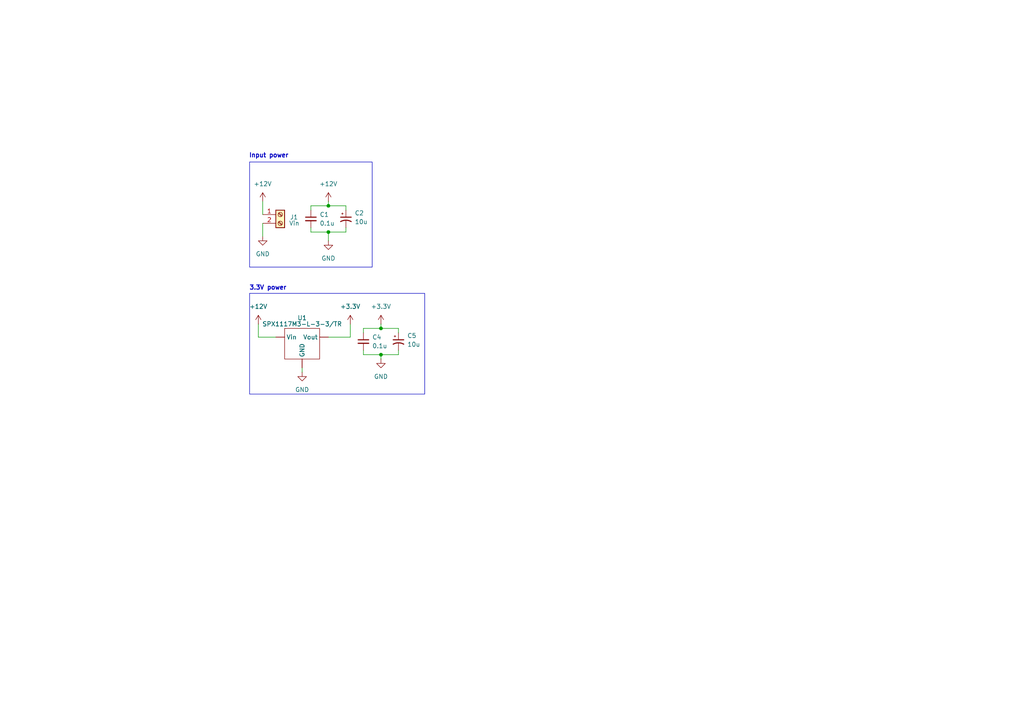
<source format=kicad_sch>
(kicad_sch (version 20250114) (generator "eeschema") (generator_version "9.0")
  (paper "A4")
  (lib_symbols
    (symbol "Connector:Screw_Terminal_01x02" (pin_names (offset 1.016) (hide yes))
      (property "Reference" "J" (at 0 2.54 0))
      (property "Value" "Screw_Terminal_01x02" (at 0 -5.08 0))
      (symbol "Screw_Terminal_01x02_1_1"
        (rectangle (start -1.27 1.27) (end 1.27 -3.81) (stroke (width 0.254)) (fill (type background)))
        (polyline (pts (xy -0.5334 0.3302) (xy 0.3302 -0.508)) (stroke (width 0.1524)))
        (polyline (pts (xy -0.5334 -2.2098) (xy 0.3302 -3.048)) (stroke (width 0.1524)))
        (polyline (pts (xy -0.3556 0.508) (xy 0.508 -0.3302)) (stroke (width 0.1524)))
        (polyline (pts (xy -0.3556 -2.032) (xy 0.508 -2.8702)) (stroke (width 0.1524)))
        (circle (center 0 0) (radius 0.635) (stroke (width 0.1524)))
        (circle (center 0 -2.54) (radius 0.635) (stroke (width 0.1524)))
        (pin passive line (at -5.08 0 0) (length 3.81) (name "Pin_1") (number "1"))
        (pin passive line (at -5.08 -2.54 0) (length 3.81) (name "Pin_2") (number "2"))
      )
    )
    (symbol "Device:C_Polarized_Small_US" (pin_numbers (hide yes)) (pin_names (offset 0.254) (hide yes))
      (property "Reference" "C" (at 0.254 1.778 0))
      (property "Value" "C_Polarized_Small_US" (at 0.254 -2.032 0))
      (symbol "C_Polarized_Small_US_0_1"
        (polyline (pts (xy -1.524 0.508) (xy 1.524 0.508)) (stroke (width 0.3048)))
        (polyline (pts (xy -1.27 1.524) (xy -0.762 1.524)))
        (polyline (pts (xy -1.016 1.27) (xy -1.016 1.778)))
        (arc (start -1.524 -0.762) (mid 0 -0.3734) (end 1.524 -0.762) (stroke (width 0.3048)))
      )
      (symbol "C_Polarized_Small_US_1_1"
        (pin passive line (at 0 2.54 270) (length 2.032) (name "~") (number "1"))
        (pin passive line (at 0 -2.54 90) (length 2.032) (name "~") (number "2"))
      )
    )
    (symbol "Device:C_Small" (pin_numbers (hide yes)) (pin_names (offset 0.254) (hide yes))
      (property "Reference" "C" (at 0.254 1.778 0))
      (property "Value" "C_Small" (at 0.254 -2.032 0))
      (symbol "C_Small_0_1"
        (polyline (pts (xy -1.524 0.508) (xy 1.524 0.508)) (stroke (width 0.3048)))
        (polyline (pts (xy -1.524 -0.508) (xy 1.524 -0.508)) (stroke (width 0.3302)))
      )
      (symbol "C_Small_1_1"
        (pin passive line (at 0 2.54 270) (length 2.032) (name "~") (number "1"))
        (pin passive line (at 0 -2.54 90) (length 2.032) (name "~") (number "2"))
      )
    )
    (symbol "iiks_kicad:SPX1117M3-L-3-3/TR"
      (property "Reference" "U" (at 0 6.858 0))
      (symbol "SPX1117M3-L-3-3/TR_0_1"
        (rectangle (start 5.08 -3.81) (end -5.08 5.08))
      )
      (symbol "SPX1117M3-L-3-3/TR_1_1"
        (pin power_in line (at -7.62 2.54 0) (length 2.54) (name "Vin") (number ""))
        (pin power_in line (at 0 -6.35 90) (length 2.54) (name "GND") (number ""))
        (pin power_out line (at 7.62 2.54 180) (length 2.54) (name "Vout") (number ""))
      )
    )
    (symbol "power:+12V" (power) (pin_numbers (hide yes)) (pin_names (offset 0) (hide yes))
      (property "Value" "+12V" (at 0 3.556 0))
      (symbol "+12V_0_1"
        (polyline (pts (xy -0.762 1.27) (xy 0 2.54)))
        (polyline (pts (xy 0 2.54) (xy 0.762 1.27)))
        (polyline (pts (xy 0 0) (xy 0 2.54)))
      )
      (symbol "+12V_1_1"
        (pin power_in line (at 0 0 90) (length 0) (name "~") (number "1"))
      )
    )
    (symbol "power:+3.3V" (power) (pin_numbers (hide yes)) (pin_names (offset 0) (hide yes))
      (property "Value" "+3.3V" (at 0 3.556 0))
      (symbol "+3.3V_0_1"
        (polyline (pts (xy -0.762 1.27) (xy 0 2.54)))
        (polyline (pts (xy 0 2.54) (xy 0.762 1.27)))
        (polyline (pts (xy 0 0) (xy 0 2.54)))
      )
      (symbol "+3.3V_1_1"
        (pin power_in line (at 0 0 90) (length 0) (name "~") (number "1"))
      )
    )
    (symbol "power:GND" (power) (pin_numbers (hide yes)) (pin_names (offset 0) (hide yes))
      (property "Value" "GND" (at 0 -3.81 0))
      (symbol "GND_0_1"
        (polyline (pts (xy 0 0) (xy 0 -1.27) (xy 1.27 -1.27) (xy 0 -2.54) (xy -1.27 -1.27) (xy 0 -1.27)))
      )
      (symbol "GND_1_1"
        (pin power_in line (at 0 0 270) (length 0) (name "~") (number "1"))
      )
    )
  )
  (rectangle (start 72.39 85.09) (end 123.19 114.3))
  (rectangle (start 72.39 46.99) (end 107.95 77.47))
  (text "Input power" (at 77.978 45.212 0) (effects (font (size 1.27 1.27) (thickness 0.254) (bold yes))))
  (text "3.3V power\n" (at 77.724 83.566 0) (effects (font (size 1.27 1.27) (thickness 0.254) (bold yes))))
  (junction (at 110.49 95.25))
  (junction (at 95.25 67.31))
  (junction (at 110.49 102.87))
  (junction (at 95.25 59.69))
  (wire (pts (xy 115.57 96.52) (xy 115.57 95.25)))
  (wire (pts (xy 101.6 97.79) (xy 95.25 97.79)))
  (wire (pts (xy 74.93 93.98) (xy 74.93 97.79)))
  (wire (pts (xy 110.49 102.87) (xy 105.41 102.87)))
  (wire (pts (xy 95.25 59.69) (xy 100.33 59.69)))
  (wire (pts (xy 90.17 66.04) (xy 90.17 67.31)))
  (wire (pts (xy 110.49 102.87) (xy 110.49 104.14)))
  (wire (pts (xy 100.33 66.04) (xy 100.33 67.31)))
  (wire (pts (xy 95.25 67.31) (xy 100.33 67.31)))
  (wire (pts (xy 76.2 62.23) (xy 76.2 58.42)))
  (wire (pts (xy 110.49 93.98) (xy 110.49 95.25)))
  (wire (pts (xy 105.41 101.6) (xy 105.41 102.87)))
  (wire (pts (xy 74.93 97.79) (xy 80.01 97.79)))
  (wire (pts (xy 101.6 93.98) (xy 101.6 97.79)))
  (wire (pts (xy 110.49 102.87) (xy 115.57 102.87)))
  (wire (pts (xy 110.49 95.25) (xy 105.41 95.25)))
  (wire (pts (xy 95.25 67.31) (xy 95.25 69.85)))
  (wire (pts (xy 110.49 95.25) (xy 115.57 95.25)))
  (wire (pts (xy 115.57 101.6) (xy 115.57 102.87)))
  (wire (pts (xy 100.33 60.96) (xy 100.33 59.69)))
  (wire (pts (xy 87.63 106.68) (xy 87.63 107.95)))
  (wire (pts (xy 76.2 68.58) (xy 76.2 64.77)))
  (wire (pts (xy 95.25 58.42) (xy 95.25 59.69)))
  (wire (pts (xy 90.17 59.69) (xy 90.17 60.96)))
  (wire (pts (xy 105.41 95.25) (xy 105.41 96.52)))
  (wire (pts (xy 90.17 59.69) (xy 95.25 59.69)))
  (wire (pts (xy 90.17 67.31) (xy 95.25 67.31)))
  (symbol (lib_id "Device:C_Polarized_Small_US") (at 115.57 99.06 0) (unit 1)
    (property "Reference" "C5" (at 118.11 97.3581 0) (effects (justify left)))
    (property "Value" "10u" (at 118.11 99.8981 0) (effects (justify left)))
    (property "Description" "Polarized capacitor, small US symbol" (effects (hide yes)))
  )
  (symbol (lib_id "power:+3.3V") (at 101.6 93.98 0) (unit 1)
    (property "Reference" "#PWR010" (effects (hide yes)))
    (property "Value" "+3.3V" (at 101.6 88.9 0))
    (property "Description" "Power symbol creates a global label with name \"+3.3V\"" (effects (hide yes)))
  )
  (symbol (lib_id "power:+12V") (at 76.2 58.42 0) (unit 1)
    (property "Reference" "#PWR01" (effects (hide yes)))
    (property "Value" "+12V" (at 76.2 53.34 0))
    (property "Description" "Power symbol creates a global label with name \"+12V\"" (effects (hide yes)))
  )
  (symbol (lib_id "power:GND") (at 110.49 104.14 0) (unit 1)
    (property "Reference" "#PWR011" (effects (hide yes)))
    (property "Value" "GND" (at 110.49 109.22 0))
    (property "Description" "Power symbol creates a global label with name \"GND\" , ground" (effects (hide yes)))
  )
  (symbol (lib_id "Connector:Screw_Terminal_01x02") (at 81.28 62.23 0) (unit 1)
    (property "Reference" "J1" (at 84.074 62.992 0) (effects (justify left)))
    (property "Value" "Vin" (at 83.82 64.7699 0) (effects (justify left)))
    (property "Description" "Generic screw terminal, single row, 01x02, script generated (kicad-library-utils/schlib/autogen/connector/)" (effects (hide yes)))
  )
  (symbol (lib_id "power:+12V") (at 74.93 93.98 0) (unit 1)
    (property "Reference" "#PWR09" (effects (hide yes)))
    (property "Value" "+12V" (at 74.93 88.9 0))
    (property "Description" "Power symbol creates a global label with name \"+12V\"" (effects (hide yes)))
  )
  (symbol (lib_id "Device:C_Small") (at 90.17 63.5 0) (unit 1)
    (property "Reference" "C1" (at 92.71 62.2362 0) (effects (justify left)))
    (property "Value" "0.1u" (at 92.71 64.7762 0) (effects (justify left)))
    (property "Description" "Unpolarized capacitor, small symbol" (effects (hide yes)))
  )
  (symbol (lib_id "power:GND") (at 95.25 69.85 0) (unit 1)
    (property "Reference" "#PWR04" (effects (hide yes)))
    (property "Value" "GND" (at 95.25 74.93 0))
    (property "Description" "Power symbol creates a global label with name \"GND\" , ground" (effects (hide yes)))
  )
  (symbol (lib_id "Device:C_Small") (at 105.41 99.06 0) (unit 1)
    (property "Reference" "C4" (at 107.95 97.7962 0) (effects (justify left)))
    (property "Value" "0.1u" (at 107.95 100.3362 0) (effects (justify left)))
    (property "Description" "Unpolarized capacitor, small symbol" (effects (hide yes)))
  )
  (symbol (lib_id "power:GND") (at 87.63 107.95 0) (unit 1)
    (property "Reference" "#PWR08" (effects (hide yes)))
    (property "Value" "GND" (at 87.63 113.03 0))
    (property "Description" "Power symbol creates a global label with name \"GND\" , ground" (effects (hide yes)))
  )
  (symbol (lib_id "iiks_kicad:SPX1117M3-L-3-3/TR") (at 87.63 100.33 0) (unit 1)
    (property "Reference" "U1" (at 87.63 92.202 0))
    (property "Value" "SPX1117M3-L-3-3/TR" (at 87.63 93.98 0))
    (property "Footprint" "TO-261-4" (effects (hide yes)))
  )
  (symbol (lib_id "Device:C_Polarized_Small_US") (at 100.33 63.5 0) (unit 1)
    (property "Reference" "C2" (at 102.87 61.7981 0) (effects (justify left)))
    (property "Value" "10u" (at 102.87 64.3381 0) (effects (justify left)))
    (property "Description" "Polarized capacitor, small US symbol" (effects (hide yes)))
  )
  (symbol (lib_id "power:+3.3V") (at 110.49 93.98 0) (unit 1)
    (property "Reference" "#PWR07" (effects (hide yes)))
    (property "Value" "+3.3V" (at 110.49 88.9 0))
    (property "Description" "Power symbol creates a global label with name \"+3.3V\"" (effects (hide yes)))
  )
  (symbol (lib_id "power:GND") (at 76.2 68.58 0) (unit 1)
    (property "Reference" "#PWR02" (effects (hide yes)))
    (property "Value" "GND" (at 76.2 73.66 0))
    (property "Description" "Power symbol creates a global label with name \"GND\" , ground" (effects (hide yes)))
  )
  (symbol (lib_id "power:+12V") (at 95.25 58.42 0) (unit 1)
    (property "Reference" "#PWR03" (effects (hide yes)))
    (property "Value" "+12V" (at 95.25 53.34 0))
    (property "Description" "Power symbol creates a global label with name \"+12V\"" (effects (hide yes)))
  )
)
</source>
